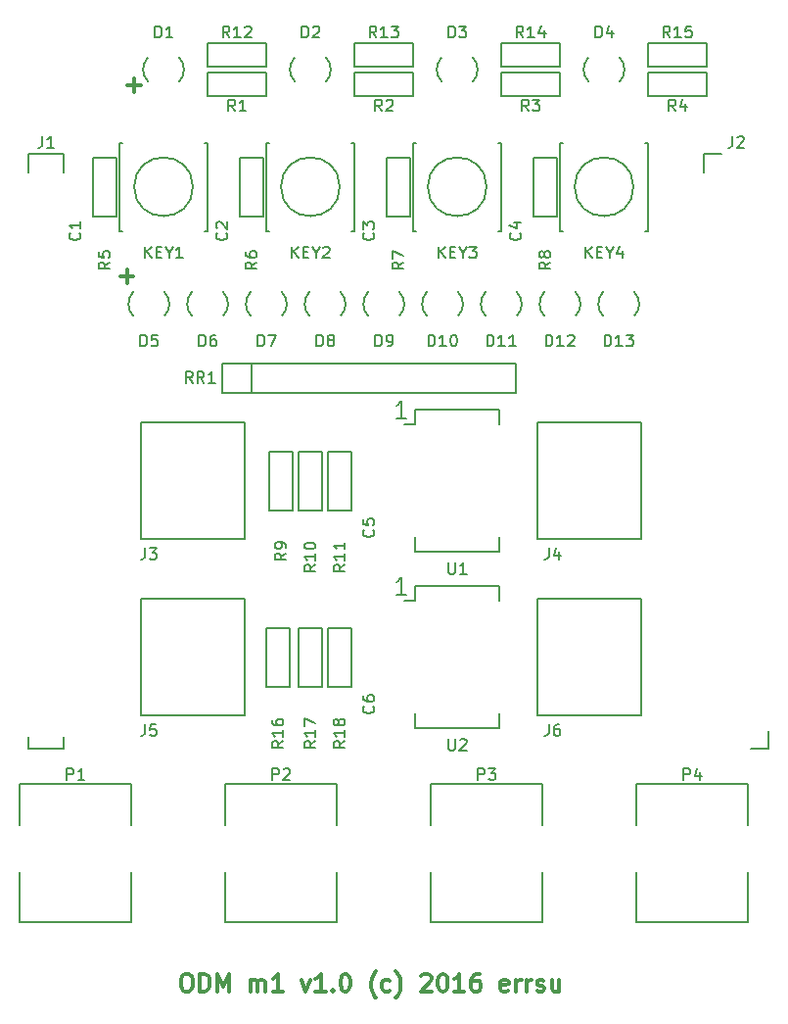
<source format=gto>
G04 #@! TF.FileFunction,Legend,Top*
%FSLAX46Y46*%
G04 Gerber Fmt 4.6, Leading zero omitted, Abs format (unit mm)*
G04 Created by KiCad (PCBNEW 4.0.7) date 05/12/18 22:47:13*
%MOMM*%
%LPD*%
G01*
G04 APERTURE LIST*
%ADD10C,0.100000*%
%ADD11C,0.300000*%
%ADD12C,0.150000*%
G04 APERTURE END LIST*
D10*
D11*
X20921288Y3107429D02*
X21207002Y3107429D01*
X21349860Y3036000D01*
X21492717Y2893143D01*
X21564145Y2607429D01*
X21564145Y2107429D01*
X21492717Y1821714D01*
X21349860Y1678857D01*
X21207002Y1607429D01*
X20921288Y1607429D01*
X20778431Y1678857D01*
X20635574Y1821714D01*
X20564145Y2107429D01*
X20564145Y2607429D01*
X20635574Y2893143D01*
X20778431Y3036000D01*
X20921288Y3107429D01*
X22207003Y1607429D02*
X22207003Y3107429D01*
X22564146Y3107429D01*
X22778431Y3036000D01*
X22921289Y2893143D01*
X22992717Y2750286D01*
X23064146Y2464571D01*
X23064146Y2250286D01*
X22992717Y1964571D01*
X22921289Y1821714D01*
X22778431Y1678857D01*
X22564146Y1607429D01*
X22207003Y1607429D01*
X23707003Y1607429D02*
X23707003Y3107429D01*
X24207003Y2036000D01*
X24707003Y3107429D01*
X24707003Y1607429D01*
X26564146Y1607429D02*
X26564146Y2607429D01*
X26564146Y2464571D02*
X26635574Y2536000D01*
X26778432Y2607429D01*
X26992717Y2607429D01*
X27135574Y2536000D01*
X27207003Y2393143D01*
X27207003Y1607429D01*
X27207003Y2393143D02*
X27278432Y2536000D01*
X27421289Y2607429D01*
X27635574Y2607429D01*
X27778432Y2536000D01*
X27849860Y2393143D01*
X27849860Y1607429D01*
X29349860Y1607429D02*
X28492717Y1607429D01*
X28921289Y1607429D02*
X28921289Y3107429D01*
X28778432Y2893143D01*
X28635574Y2750286D01*
X28492717Y2678857D01*
X30992717Y2607429D02*
X31349860Y1607429D01*
X31707002Y2607429D01*
X33064145Y1607429D02*
X32207002Y1607429D01*
X32635574Y1607429D02*
X32635574Y3107429D01*
X32492717Y2893143D01*
X32349859Y2750286D01*
X32207002Y2678857D01*
X33707002Y1750286D02*
X33778430Y1678857D01*
X33707002Y1607429D01*
X33635573Y1678857D01*
X33707002Y1750286D01*
X33707002Y1607429D01*
X34707002Y3107429D02*
X34849859Y3107429D01*
X34992716Y3036000D01*
X35064145Y2964571D01*
X35135574Y2821714D01*
X35207002Y2536000D01*
X35207002Y2178857D01*
X35135574Y1893143D01*
X35064145Y1750286D01*
X34992716Y1678857D01*
X34849859Y1607429D01*
X34707002Y1607429D01*
X34564145Y1678857D01*
X34492716Y1750286D01*
X34421288Y1893143D01*
X34349859Y2178857D01*
X34349859Y2536000D01*
X34421288Y2821714D01*
X34492716Y2964571D01*
X34564145Y3036000D01*
X34707002Y3107429D01*
X37421287Y1036000D02*
X37349859Y1107429D01*
X37207002Y1321714D01*
X37135573Y1464571D01*
X37064144Y1678857D01*
X36992716Y2036000D01*
X36992716Y2321714D01*
X37064144Y2678857D01*
X37135573Y2893143D01*
X37207002Y3036000D01*
X37349859Y3250286D01*
X37421287Y3321714D01*
X38635573Y1678857D02*
X38492716Y1607429D01*
X38207002Y1607429D01*
X38064144Y1678857D01*
X37992716Y1750286D01*
X37921287Y1893143D01*
X37921287Y2321714D01*
X37992716Y2464571D01*
X38064144Y2536000D01*
X38207002Y2607429D01*
X38492716Y2607429D01*
X38635573Y2536000D01*
X39135573Y1036000D02*
X39207001Y1107429D01*
X39349858Y1321714D01*
X39421287Y1464571D01*
X39492716Y1678857D01*
X39564144Y2036000D01*
X39564144Y2321714D01*
X39492716Y2678857D01*
X39421287Y2893143D01*
X39349858Y3036000D01*
X39207001Y3250286D01*
X39135573Y3321714D01*
X41349858Y2964571D02*
X41421287Y3036000D01*
X41564144Y3107429D01*
X41921287Y3107429D01*
X42064144Y3036000D01*
X42135573Y2964571D01*
X42207001Y2821714D01*
X42207001Y2678857D01*
X42135573Y2464571D01*
X41278430Y1607429D01*
X42207001Y1607429D01*
X43135572Y3107429D02*
X43278429Y3107429D01*
X43421286Y3036000D01*
X43492715Y2964571D01*
X43564144Y2821714D01*
X43635572Y2536000D01*
X43635572Y2178857D01*
X43564144Y1893143D01*
X43492715Y1750286D01*
X43421286Y1678857D01*
X43278429Y1607429D01*
X43135572Y1607429D01*
X42992715Y1678857D01*
X42921286Y1750286D01*
X42849858Y1893143D01*
X42778429Y2178857D01*
X42778429Y2536000D01*
X42849858Y2821714D01*
X42921286Y2964571D01*
X42992715Y3036000D01*
X43135572Y3107429D01*
X45064143Y1607429D02*
X44207000Y1607429D01*
X44635572Y1607429D02*
X44635572Y3107429D01*
X44492715Y2893143D01*
X44349857Y2750286D01*
X44207000Y2678857D01*
X46349857Y3107429D02*
X46064143Y3107429D01*
X45921286Y3036000D01*
X45849857Y2964571D01*
X45707000Y2750286D01*
X45635571Y2464571D01*
X45635571Y1893143D01*
X45707000Y1750286D01*
X45778428Y1678857D01*
X45921286Y1607429D01*
X46207000Y1607429D01*
X46349857Y1678857D01*
X46421286Y1750286D01*
X46492714Y1893143D01*
X46492714Y2250286D01*
X46421286Y2393143D01*
X46349857Y2464571D01*
X46207000Y2536000D01*
X45921286Y2536000D01*
X45778428Y2464571D01*
X45707000Y2393143D01*
X45635571Y2250286D01*
X48849856Y1678857D02*
X48706999Y1607429D01*
X48421285Y1607429D01*
X48278428Y1678857D01*
X48206999Y1821714D01*
X48206999Y2393143D01*
X48278428Y2536000D01*
X48421285Y2607429D01*
X48706999Y2607429D01*
X48849856Y2536000D01*
X48921285Y2393143D01*
X48921285Y2250286D01*
X48206999Y2107429D01*
X49564142Y1607429D02*
X49564142Y2607429D01*
X49564142Y2321714D02*
X49635570Y2464571D01*
X49706999Y2536000D01*
X49849856Y2607429D01*
X49992713Y2607429D01*
X50492713Y1607429D02*
X50492713Y2607429D01*
X50492713Y2321714D02*
X50564141Y2464571D01*
X50635570Y2536000D01*
X50778427Y2607429D01*
X50921284Y2607429D01*
X51349855Y1678857D02*
X51492712Y1607429D01*
X51778427Y1607429D01*
X51921284Y1678857D01*
X51992712Y1821714D01*
X51992712Y1893143D01*
X51921284Y2036000D01*
X51778427Y2107429D01*
X51564141Y2107429D01*
X51421284Y2178857D01*
X51349855Y2321714D01*
X51349855Y2393143D01*
X51421284Y2536000D01*
X51564141Y2607429D01*
X51778427Y2607429D01*
X51921284Y2536000D01*
X53278427Y2607429D02*
X53278427Y1607429D01*
X52635570Y2607429D02*
X52635570Y1821714D01*
X52706998Y1678857D01*
X52849856Y1607429D01*
X53064141Y1607429D01*
X53206998Y1678857D01*
X53278427Y1750286D01*
D12*
X40052572Y51137429D02*
X39195429Y51137429D01*
X39624001Y51137429D02*
X39624001Y52637429D01*
X39481144Y52423143D01*
X39338286Y52280286D01*
X39195429Y52208857D01*
X40052572Y35897429D02*
X39195429Y35897429D01*
X39624001Y35897429D02*
X39624001Y37397429D01*
X39481144Y37183143D01*
X39338286Y37040286D01*
X39195429Y36968857D01*
D11*
X15303572Y63392857D02*
X16446429Y63392857D01*
X15875000Y62821429D02*
X15875000Y63964286D01*
X15938572Y79902857D02*
X17081429Y79902857D01*
X16510000Y79331429D02*
X16510000Y80474286D01*
D12*
X22606000Y67310000D02*
X22860000Y67310000D01*
X15494000Y67310000D02*
X15240000Y67310000D01*
X22606000Y74930000D02*
X22860000Y74930000D01*
X15494000Y74930000D02*
X15240000Y74930000D01*
X21590000Y71120000D02*
G75*
G03X21590000Y71120000I-2540000J0D01*
G01*
X15240000Y67310000D02*
X15240000Y74930000D01*
X22860000Y74930000D02*
X22860000Y67310000D01*
X35306000Y67310000D02*
X35560000Y67310000D01*
X28194000Y67310000D02*
X27940000Y67310000D01*
X35306000Y74930000D02*
X35560000Y74930000D01*
X28194000Y74930000D02*
X27940000Y74930000D01*
X34290000Y71120000D02*
G75*
G03X34290000Y71120000I-2540000J0D01*
G01*
X27940000Y67310000D02*
X27940000Y74930000D01*
X35560000Y74930000D02*
X35560000Y67310000D01*
X48006000Y67310000D02*
X48260000Y67310000D01*
X40894000Y67310000D02*
X40640000Y67310000D01*
X48006000Y74930000D02*
X48260000Y74930000D01*
X40894000Y74930000D02*
X40640000Y74930000D01*
X46990000Y71120000D02*
G75*
G03X46990000Y71120000I-2540000J0D01*
G01*
X40640000Y67310000D02*
X40640000Y74930000D01*
X48260000Y74930000D02*
X48260000Y67310000D01*
X60706000Y67310000D02*
X60960000Y67310000D01*
X53594000Y67310000D02*
X53340000Y67310000D01*
X60706000Y74930000D02*
X60960000Y74930000D01*
X53594000Y74930000D02*
X53340000Y74930000D01*
X59690000Y71120000D02*
G75*
G03X59690000Y71120000I-2540000J0D01*
G01*
X53340000Y67310000D02*
X53340000Y74930000D01*
X60960000Y74930000D02*
X60960000Y67310000D01*
X21506932Y62043006D02*
G75*
G03X21506000Y59940000I1133068J-1052006D01*
G01*
X24227253Y59977111D02*
G75*
G03X24208000Y62025000I-1079253J1013889D01*
G01*
X20403068Y80196994D02*
G75*
G03X20404000Y82300000I-1133068J1052006D01*
G01*
X17682747Y82262889D02*
G75*
G03X17702000Y80215000I1079253J-1013889D01*
G01*
X33103068Y80196994D02*
G75*
G03X33104000Y82300000I-1133068J1052006D01*
G01*
X30382747Y82262889D02*
G75*
G03X30402000Y80215000I1079253J-1013889D01*
G01*
X45803068Y80196994D02*
G75*
G03X45804000Y82300000I-1133068J1052006D01*
G01*
X43082747Y82262889D02*
G75*
G03X43102000Y80215000I1079253J-1013889D01*
G01*
X58503068Y80196994D02*
G75*
G03X58504000Y82300000I-1133068J1052006D01*
G01*
X55782747Y82262889D02*
G75*
G03X55802000Y80215000I1079253J-1013889D01*
G01*
X16426932Y62043006D02*
G75*
G03X16426000Y59940000I1133068J-1052006D01*
G01*
X19147253Y59977111D02*
G75*
G03X19128000Y62025000I-1079253J1013889D01*
G01*
X26586932Y62043006D02*
G75*
G03X26586000Y59940000I1133068J-1052006D01*
G01*
X29307253Y59977111D02*
G75*
G03X29288000Y62025000I-1079253J1013889D01*
G01*
X31666932Y62043006D02*
G75*
G03X31666000Y59940000I1133068J-1052006D01*
G01*
X34387253Y59977111D02*
G75*
G03X34368000Y62025000I-1079253J1013889D01*
G01*
X36746932Y62043006D02*
G75*
G03X36746000Y59940000I1133068J-1052006D01*
G01*
X39467253Y59977111D02*
G75*
G03X39448000Y62025000I-1079253J1013889D01*
G01*
X41826932Y62043006D02*
G75*
G03X41826000Y59940000I1133068J-1052006D01*
G01*
X44547253Y59977111D02*
G75*
G03X44528000Y62025000I-1079253J1013889D01*
G01*
X46906932Y62043006D02*
G75*
G03X46906000Y59940000I1133068J-1052006D01*
G01*
X49627253Y59977111D02*
G75*
G03X49608000Y62025000I-1079253J1013889D01*
G01*
X51986932Y62043006D02*
G75*
G03X51986000Y59940000I1133068J-1052006D01*
G01*
X54707253Y59977111D02*
G75*
G03X54688000Y62025000I-1079253J1013889D01*
G01*
X57066932Y62043006D02*
G75*
G03X57066000Y59940000I1133068J-1052006D01*
G01*
X59787253Y59977111D02*
G75*
G03X59768000Y62025000I-1079253J1013889D01*
G01*
X24130000Y53340000D02*
X24130000Y55880000D01*
X24130000Y55880000D02*
X49530000Y55880000D01*
X49530000Y55880000D02*
X49530000Y53340000D01*
X49530000Y53340000D02*
X24130000Y53340000D01*
X26670000Y53340000D02*
X26670000Y55880000D01*
X40775000Y36585000D02*
X40775000Y35315000D01*
X48125000Y36585000D02*
X48125000Y35315000D01*
X48125000Y24375000D02*
X48125000Y25645000D01*
X40775000Y24375000D02*
X40775000Y25645000D01*
X40775000Y36585000D02*
X48125000Y36585000D01*
X40775000Y24375000D02*
X48125000Y24375000D01*
X40775000Y35315000D02*
X39840000Y35315000D01*
X40775000Y51825000D02*
X40775000Y50555000D01*
X48125000Y51825000D02*
X48125000Y50555000D01*
X48125000Y39615000D02*
X48125000Y40885000D01*
X40775000Y39615000D02*
X40775000Y40885000D01*
X40775000Y51825000D02*
X48125000Y51825000D01*
X40775000Y39615000D02*
X48125000Y39615000D01*
X40775000Y50555000D02*
X39840000Y50555000D01*
X35306000Y27940000D02*
X33274000Y27940000D01*
X35306000Y33020000D02*
X33274000Y33020000D01*
X35306000Y33020000D02*
X35306000Y27940000D01*
X33274000Y27940000D02*
X33274000Y33020000D01*
X32766000Y27940000D02*
X30734000Y27940000D01*
X32766000Y33020000D02*
X30734000Y33020000D01*
X32766000Y33020000D02*
X32766000Y27940000D01*
X30734000Y27940000D02*
X30734000Y33020000D01*
X29972000Y27940000D02*
X27940000Y27940000D01*
X29972000Y33020000D02*
X27940000Y33020000D01*
X29972000Y33020000D02*
X29972000Y27940000D01*
X27940000Y27940000D02*
X27940000Y33020000D01*
X66040000Y83566000D02*
X66040000Y81534000D01*
X60960000Y83566000D02*
X60960000Y81534000D01*
X60960000Y83566000D02*
X66040000Y83566000D01*
X66040000Y81534000D02*
X60960000Y81534000D01*
X53340000Y83566000D02*
X53340000Y81534000D01*
X48260000Y83566000D02*
X48260000Y81534000D01*
X48260000Y83566000D02*
X53340000Y83566000D01*
X53340000Y81534000D02*
X48260000Y81534000D01*
X40640000Y83566000D02*
X40640000Y81534000D01*
X35560000Y83566000D02*
X35560000Y81534000D01*
X35560000Y83566000D02*
X40640000Y83566000D01*
X40640000Y81534000D02*
X35560000Y81534000D01*
X27940000Y83566000D02*
X27940000Y81534000D01*
X22860000Y83566000D02*
X22860000Y81534000D01*
X22860000Y83566000D02*
X27940000Y83566000D01*
X27940000Y81534000D02*
X22860000Y81534000D01*
X35306000Y43180000D02*
X33274000Y43180000D01*
X35306000Y48260000D02*
X33274000Y48260000D01*
X35306000Y48260000D02*
X35306000Y43180000D01*
X33274000Y43180000D02*
X33274000Y48260000D01*
X32766000Y43180000D02*
X30734000Y43180000D01*
X32766000Y48260000D02*
X30734000Y48260000D01*
X32766000Y48260000D02*
X32766000Y43180000D01*
X30734000Y43180000D02*
X30734000Y48260000D01*
X30226000Y43180000D02*
X28194000Y43180000D01*
X30226000Y48260000D02*
X28194000Y48260000D01*
X30226000Y48260000D02*
X30226000Y43180000D01*
X28194000Y43180000D02*
X28194000Y48260000D01*
X51054000Y73660000D02*
X53086000Y73660000D01*
X51054000Y68580000D02*
X53086000Y68580000D01*
X51054000Y68580000D02*
X51054000Y73660000D01*
X53086000Y73660000D02*
X53086000Y68580000D01*
X38354000Y73660000D02*
X40386000Y73660000D01*
X38354000Y68580000D02*
X40386000Y68580000D01*
X38354000Y68580000D02*
X38354000Y73660000D01*
X40386000Y73660000D02*
X40386000Y68580000D01*
X25654000Y73660000D02*
X27686000Y73660000D01*
X25654000Y68580000D02*
X27686000Y68580000D01*
X25654000Y68580000D02*
X25654000Y73660000D01*
X27686000Y73660000D02*
X27686000Y68580000D01*
X12954000Y73660000D02*
X14986000Y73660000D01*
X12954000Y68580000D02*
X14986000Y68580000D01*
X12954000Y68580000D02*
X12954000Y73660000D01*
X14986000Y73660000D02*
X14986000Y68580000D01*
X60960000Y78994000D02*
X60960000Y81026000D01*
X66040000Y78994000D02*
X66040000Y81026000D01*
X66040000Y78994000D02*
X60960000Y78994000D01*
X60960000Y81026000D02*
X66040000Y81026000D01*
X48260000Y78994000D02*
X48260000Y81026000D01*
X53340000Y78994000D02*
X53340000Y81026000D01*
X53340000Y78994000D02*
X48260000Y78994000D01*
X48260000Y81026000D02*
X53340000Y81026000D01*
X35560000Y78994000D02*
X35560000Y81026000D01*
X40640000Y78994000D02*
X40640000Y81026000D01*
X40640000Y78994000D02*
X35560000Y78994000D01*
X35560000Y81026000D02*
X40640000Y81026000D01*
X22860000Y78994000D02*
X22860000Y81026000D01*
X27940000Y78994000D02*
X27940000Y81026000D01*
X27940000Y78994000D02*
X22860000Y78994000D01*
X22860000Y81026000D02*
X27940000Y81026000D01*
X26090000Y50740000D02*
X26090000Y40700000D01*
X17090000Y50740000D02*
X26090000Y50740000D01*
X17090000Y50740000D02*
X17090000Y40700000D01*
X17090000Y40700000D02*
X26090000Y40700000D01*
X51380000Y40700000D02*
X51380000Y50740000D01*
X60380000Y40700000D02*
X51380000Y40700000D01*
X60380000Y40700000D02*
X60380000Y50740000D01*
X60380000Y50740000D02*
X51380000Y50740000D01*
X26090000Y35500000D02*
X26090000Y25460000D01*
X17090000Y35500000D02*
X26090000Y35500000D01*
X17090000Y35500000D02*
X17090000Y25460000D01*
X17090000Y25460000D02*
X26090000Y25460000D01*
X51380000Y25460000D02*
X51380000Y35500000D01*
X60380000Y25460000D02*
X51380000Y25460000D01*
X60380000Y25460000D02*
X60380000Y35500000D01*
X60380000Y35500000D02*
X51380000Y35500000D01*
X69850000Y22606000D02*
X71374000Y22606000D01*
X71374000Y22606000D02*
X71374000Y24130000D01*
X65760000Y72390000D02*
X65760000Y73940000D01*
X65760000Y73940000D02*
X67310000Y73940000D01*
X10414000Y23622000D02*
X10414000Y22606000D01*
X10414000Y22606000D02*
X7366000Y22606000D01*
X7366000Y22606000D02*
X7366000Y23622000D01*
X7340000Y73940000D02*
X7340000Y72390000D01*
X10440000Y72390000D02*
X10440000Y73940000D01*
X10440000Y73940000D02*
X7340000Y73940000D01*
X69596000Y7620000D02*
X69596000Y11938000D01*
X69596000Y19558000D02*
X69596000Y16002000D01*
X59944000Y19558000D02*
X69596000Y19558000D01*
X59944000Y7620000D02*
X59944000Y11938000D01*
X59944000Y19558000D02*
X59944000Y16002000D01*
X59970000Y7620000D02*
X69570000Y7620000D01*
X51816000Y7620000D02*
X51816000Y11938000D01*
X51816000Y19558000D02*
X51816000Y16002000D01*
X42164000Y19558000D02*
X51816000Y19558000D01*
X42164000Y7620000D02*
X42164000Y11938000D01*
X42164000Y19558000D02*
X42164000Y16002000D01*
X42190000Y7620000D02*
X51790000Y7620000D01*
X34036000Y7620000D02*
X34036000Y11938000D01*
X34036000Y19558000D02*
X34036000Y16002000D01*
X24384000Y19558000D02*
X34036000Y19558000D01*
X24384000Y7620000D02*
X24384000Y11938000D01*
X24384000Y19558000D02*
X24384000Y16002000D01*
X24410000Y7620000D02*
X34010000Y7620000D01*
X16256000Y7620000D02*
X16256000Y11938000D01*
X16256000Y19558000D02*
X16256000Y16002000D01*
X6604000Y19558000D02*
X16256000Y19558000D01*
X6604000Y7620000D02*
X6604000Y11938000D01*
X6604000Y19558000D02*
X6604000Y16002000D01*
X6630000Y7620000D02*
X16230000Y7620000D01*
X37187143Y26249334D02*
X37234762Y26201715D01*
X37282381Y26058858D01*
X37282381Y25963620D01*
X37234762Y25820762D01*
X37139524Y25725524D01*
X37044286Y25677905D01*
X36853810Y25630286D01*
X36710952Y25630286D01*
X36520476Y25677905D01*
X36425238Y25725524D01*
X36330000Y25820762D01*
X36282381Y25963620D01*
X36282381Y26058858D01*
X36330000Y26201715D01*
X36377619Y26249334D01*
X36282381Y27106477D02*
X36282381Y26916000D01*
X36330000Y26820762D01*
X36377619Y26773143D01*
X36520476Y26677905D01*
X36710952Y26630286D01*
X37091905Y26630286D01*
X37187143Y26677905D01*
X37234762Y26725524D01*
X37282381Y26820762D01*
X37282381Y27011239D01*
X37234762Y27106477D01*
X37187143Y27154096D01*
X37091905Y27201715D01*
X36853810Y27201715D01*
X36758571Y27154096D01*
X36710952Y27106477D01*
X36663333Y27011239D01*
X36663333Y26820762D01*
X36710952Y26725524D01*
X36758571Y26677905D01*
X36853810Y26630286D01*
X37187143Y41489334D02*
X37234762Y41441715D01*
X37282381Y41298858D01*
X37282381Y41203620D01*
X37234762Y41060762D01*
X37139524Y40965524D01*
X37044286Y40917905D01*
X36853810Y40870286D01*
X36710952Y40870286D01*
X36520476Y40917905D01*
X36425238Y40965524D01*
X36330000Y41060762D01*
X36282381Y41203620D01*
X36282381Y41298858D01*
X36330000Y41441715D01*
X36377619Y41489334D01*
X36282381Y42394096D02*
X36282381Y41917905D01*
X36758571Y41870286D01*
X36710952Y41917905D01*
X36663333Y42013143D01*
X36663333Y42251239D01*
X36710952Y42346477D01*
X36758571Y42394096D01*
X36853810Y42441715D01*
X37091905Y42441715D01*
X37187143Y42394096D01*
X37234762Y42346477D01*
X37282381Y42251239D01*
X37282381Y42013143D01*
X37234762Y41917905D01*
X37187143Y41870286D01*
X17430952Y64952619D02*
X17430952Y65952619D01*
X18002381Y64952619D02*
X17573809Y65524048D01*
X18002381Y65952619D02*
X17430952Y65381190D01*
X18430952Y65476429D02*
X18764286Y65476429D01*
X18907143Y64952619D02*
X18430952Y64952619D01*
X18430952Y65952619D01*
X18907143Y65952619D01*
X19526190Y65428810D02*
X19526190Y64952619D01*
X19192857Y65952619D02*
X19526190Y65428810D01*
X19859524Y65952619D01*
X20716667Y64952619D02*
X20145238Y64952619D01*
X20430952Y64952619D02*
X20430952Y65952619D01*
X20335714Y65809762D01*
X20240476Y65714524D01*
X20145238Y65666905D01*
X30130952Y64952619D02*
X30130952Y65952619D01*
X30702381Y64952619D02*
X30273809Y65524048D01*
X30702381Y65952619D02*
X30130952Y65381190D01*
X31130952Y65476429D02*
X31464286Y65476429D01*
X31607143Y64952619D02*
X31130952Y64952619D01*
X31130952Y65952619D01*
X31607143Y65952619D01*
X32226190Y65428810D02*
X32226190Y64952619D01*
X31892857Y65952619D02*
X32226190Y65428810D01*
X32559524Y65952619D01*
X32845238Y65857381D02*
X32892857Y65905000D01*
X32988095Y65952619D01*
X33226191Y65952619D01*
X33321429Y65905000D01*
X33369048Y65857381D01*
X33416667Y65762143D01*
X33416667Y65666905D01*
X33369048Y65524048D01*
X32797619Y64952619D01*
X33416667Y64952619D01*
X42830952Y64952619D02*
X42830952Y65952619D01*
X43402381Y64952619D02*
X42973809Y65524048D01*
X43402381Y65952619D02*
X42830952Y65381190D01*
X43830952Y65476429D02*
X44164286Y65476429D01*
X44307143Y64952619D02*
X43830952Y64952619D01*
X43830952Y65952619D01*
X44307143Y65952619D01*
X44926190Y65428810D02*
X44926190Y64952619D01*
X44592857Y65952619D02*
X44926190Y65428810D01*
X45259524Y65952619D01*
X45497619Y65952619D02*
X46116667Y65952619D01*
X45783333Y65571667D01*
X45926191Y65571667D01*
X46021429Y65524048D01*
X46069048Y65476429D01*
X46116667Y65381190D01*
X46116667Y65143095D01*
X46069048Y65047857D01*
X46021429Y65000238D01*
X45926191Y64952619D01*
X45640476Y64952619D01*
X45545238Y65000238D01*
X45497619Y65047857D01*
X55530952Y64952619D02*
X55530952Y65952619D01*
X56102381Y64952619D02*
X55673809Y65524048D01*
X56102381Y65952619D02*
X55530952Y65381190D01*
X56530952Y65476429D02*
X56864286Y65476429D01*
X57007143Y64952619D02*
X56530952Y64952619D01*
X56530952Y65952619D01*
X57007143Y65952619D01*
X57626190Y65428810D02*
X57626190Y64952619D01*
X57292857Y65952619D02*
X57626190Y65428810D01*
X57959524Y65952619D01*
X58721429Y65619286D02*
X58721429Y64952619D01*
X58483333Y66000238D02*
X58245238Y65285952D01*
X58864286Y65285952D01*
X22121905Y57332619D02*
X22121905Y58332619D01*
X22360000Y58332619D01*
X22502858Y58285000D01*
X22598096Y58189762D01*
X22645715Y58094524D01*
X22693334Y57904048D01*
X22693334Y57761190D01*
X22645715Y57570714D01*
X22598096Y57475476D01*
X22502858Y57380238D01*
X22360000Y57332619D01*
X22121905Y57332619D01*
X23550477Y58332619D02*
X23360000Y58332619D01*
X23264762Y58285000D01*
X23217143Y58237381D01*
X23121905Y58094524D01*
X23074286Y57904048D01*
X23074286Y57523095D01*
X23121905Y57427857D01*
X23169524Y57380238D01*
X23264762Y57332619D01*
X23455239Y57332619D01*
X23550477Y57380238D01*
X23598096Y57427857D01*
X23645715Y57523095D01*
X23645715Y57761190D01*
X23598096Y57856429D01*
X23550477Y57904048D01*
X23455239Y57951667D01*
X23264762Y57951667D01*
X23169524Y57904048D01*
X23121905Y57856429D01*
X23074286Y57761190D01*
X18311905Y84002619D02*
X18311905Y85002619D01*
X18550000Y85002619D01*
X18692858Y84955000D01*
X18788096Y84859762D01*
X18835715Y84764524D01*
X18883334Y84574048D01*
X18883334Y84431190D01*
X18835715Y84240714D01*
X18788096Y84145476D01*
X18692858Y84050238D01*
X18550000Y84002619D01*
X18311905Y84002619D01*
X19835715Y84002619D02*
X19264286Y84002619D01*
X19550000Y84002619D02*
X19550000Y85002619D01*
X19454762Y84859762D01*
X19359524Y84764524D01*
X19264286Y84716905D01*
X31011905Y84002619D02*
X31011905Y85002619D01*
X31250000Y85002619D01*
X31392858Y84955000D01*
X31488096Y84859762D01*
X31535715Y84764524D01*
X31583334Y84574048D01*
X31583334Y84431190D01*
X31535715Y84240714D01*
X31488096Y84145476D01*
X31392858Y84050238D01*
X31250000Y84002619D01*
X31011905Y84002619D01*
X31964286Y84907381D02*
X32011905Y84955000D01*
X32107143Y85002619D01*
X32345239Y85002619D01*
X32440477Y84955000D01*
X32488096Y84907381D01*
X32535715Y84812143D01*
X32535715Y84716905D01*
X32488096Y84574048D01*
X31916667Y84002619D01*
X32535715Y84002619D01*
X43711905Y84002619D02*
X43711905Y85002619D01*
X43950000Y85002619D01*
X44092858Y84955000D01*
X44188096Y84859762D01*
X44235715Y84764524D01*
X44283334Y84574048D01*
X44283334Y84431190D01*
X44235715Y84240714D01*
X44188096Y84145476D01*
X44092858Y84050238D01*
X43950000Y84002619D01*
X43711905Y84002619D01*
X44616667Y85002619D02*
X45235715Y85002619D01*
X44902381Y84621667D01*
X45045239Y84621667D01*
X45140477Y84574048D01*
X45188096Y84526429D01*
X45235715Y84431190D01*
X45235715Y84193095D01*
X45188096Y84097857D01*
X45140477Y84050238D01*
X45045239Y84002619D01*
X44759524Y84002619D01*
X44664286Y84050238D01*
X44616667Y84097857D01*
X56411905Y84002619D02*
X56411905Y85002619D01*
X56650000Y85002619D01*
X56792858Y84955000D01*
X56888096Y84859762D01*
X56935715Y84764524D01*
X56983334Y84574048D01*
X56983334Y84431190D01*
X56935715Y84240714D01*
X56888096Y84145476D01*
X56792858Y84050238D01*
X56650000Y84002619D01*
X56411905Y84002619D01*
X57840477Y84669286D02*
X57840477Y84002619D01*
X57602381Y85050238D02*
X57364286Y84335952D01*
X57983334Y84335952D01*
X17041905Y57332619D02*
X17041905Y58332619D01*
X17280000Y58332619D01*
X17422858Y58285000D01*
X17518096Y58189762D01*
X17565715Y58094524D01*
X17613334Y57904048D01*
X17613334Y57761190D01*
X17565715Y57570714D01*
X17518096Y57475476D01*
X17422858Y57380238D01*
X17280000Y57332619D01*
X17041905Y57332619D01*
X18518096Y58332619D02*
X18041905Y58332619D01*
X17994286Y57856429D01*
X18041905Y57904048D01*
X18137143Y57951667D01*
X18375239Y57951667D01*
X18470477Y57904048D01*
X18518096Y57856429D01*
X18565715Y57761190D01*
X18565715Y57523095D01*
X18518096Y57427857D01*
X18470477Y57380238D01*
X18375239Y57332619D01*
X18137143Y57332619D01*
X18041905Y57380238D01*
X17994286Y57427857D01*
X27201905Y57332619D02*
X27201905Y58332619D01*
X27440000Y58332619D01*
X27582858Y58285000D01*
X27678096Y58189762D01*
X27725715Y58094524D01*
X27773334Y57904048D01*
X27773334Y57761190D01*
X27725715Y57570714D01*
X27678096Y57475476D01*
X27582858Y57380238D01*
X27440000Y57332619D01*
X27201905Y57332619D01*
X28106667Y58332619D02*
X28773334Y58332619D01*
X28344762Y57332619D01*
X32281905Y57332619D02*
X32281905Y58332619D01*
X32520000Y58332619D01*
X32662858Y58285000D01*
X32758096Y58189762D01*
X32805715Y58094524D01*
X32853334Y57904048D01*
X32853334Y57761190D01*
X32805715Y57570714D01*
X32758096Y57475476D01*
X32662858Y57380238D01*
X32520000Y57332619D01*
X32281905Y57332619D01*
X33424762Y57904048D02*
X33329524Y57951667D01*
X33281905Y57999286D01*
X33234286Y58094524D01*
X33234286Y58142143D01*
X33281905Y58237381D01*
X33329524Y58285000D01*
X33424762Y58332619D01*
X33615239Y58332619D01*
X33710477Y58285000D01*
X33758096Y58237381D01*
X33805715Y58142143D01*
X33805715Y58094524D01*
X33758096Y57999286D01*
X33710477Y57951667D01*
X33615239Y57904048D01*
X33424762Y57904048D01*
X33329524Y57856429D01*
X33281905Y57808810D01*
X33234286Y57713571D01*
X33234286Y57523095D01*
X33281905Y57427857D01*
X33329524Y57380238D01*
X33424762Y57332619D01*
X33615239Y57332619D01*
X33710477Y57380238D01*
X33758096Y57427857D01*
X33805715Y57523095D01*
X33805715Y57713571D01*
X33758096Y57808810D01*
X33710477Y57856429D01*
X33615239Y57904048D01*
X37361905Y57332619D02*
X37361905Y58332619D01*
X37600000Y58332619D01*
X37742858Y58285000D01*
X37838096Y58189762D01*
X37885715Y58094524D01*
X37933334Y57904048D01*
X37933334Y57761190D01*
X37885715Y57570714D01*
X37838096Y57475476D01*
X37742858Y57380238D01*
X37600000Y57332619D01*
X37361905Y57332619D01*
X38409524Y57332619D02*
X38600000Y57332619D01*
X38695239Y57380238D01*
X38742858Y57427857D01*
X38838096Y57570714D01*
X38885715Y57761190D01*
X38885715Y58142143D01*
X38838096Y58237381D01*
X38790477Y58285000D01*
X38695239Y58332619D01*
X38504762Y58332619D01*
X38409524Y58285000D01*
X38361905Y58237381D01*
X38314286Y58142143D01*
X38314286Y57904048D01*
X38361905Y57808810D01*
X38409524Y57761190D01*
X38504762Y57713571D01*
X38695239Y57713571D01*
X38790477Y57761190D01*
X38838096Y57808810D01*
X38885715Y57904048D01*
X41965714Y57332619D02*
X41965714Y58332619D01*
X42203809Y58332619D01*
X42346667Y58285000D01*
X42441905Y58189762D01*
X42489524Y58094524D01*
X42537143Y57904048D01*
X42537143Y57761190D01*
X42489524Y57570714D01*
X42441905Y57475476D01*
X42346667Y57380238D01*
X42203809Y57332619D01*
X41965714Y57332619D01*
X43489524Y57332619D02*
X42918095Y57332619D01*
X43203809Y57332619D02*
X43203809Y58332619D01*
X43108571Y58189762D01*
X43013333Y58094524D01*
X42918095Y58046905D01*
X44108571Y58332619D02*
X44203810Y58332619D01*
X44299048Y58285000D01*
X44346667Y58237381D01*
X44394286Y58142143D01*
X44441905Y57951667D01*
X44441905Y57713571D01*
X44394286Y57523095D01*
X44346667Y57427857D01*
X44299048Y57380238D01*
X44203810Y57332619D01*
X44108571Y57332619D01*
X44013333Y57380238D01*
X43965714Y57427857D01*
X43918095Y57523095D01*
X43870476Y57713571D01*
X43870476Y57951667D01*
X43918095Y58142143D01*
X43965714Y58237381D01*
X44013333Y58285000D01*
X44108571Y58332619D01*
X47045714Y57332619D02*
X47045714Y58332619D01*
X47283809Y58332619D01*
X47426667Y58285000D01*
X47521905Y58189762D01*
X47569524Y58094524D01*
X47617143Y57904048D01*
X47617143Y57761190D01*
X47569524Y57570714D01*
X47521905Y57475476D01*
X47426667Y57380238D01*
X47283809Y57332619D01*
X47045714Y57332619D01*
X48569524Y57332619D02*
X47998095Y57332619D01*
X48283809Y57332619D02*
X48283809Y58332619D01*
X48188571Y58189762D01*
X48093333Y58094524D01*
X47998095Y58046905D01*
X49521905Y57332619D02*
X48950476Y57332619D01*
X49236190Y57332619D02*
X49236190Y58332619D01*
X49140952Y58189762D01*
X49045714Y58094524D01*
X48950476Y58046905D01*
X52125714Y57332619D02*
X52125714Y58332619D01*
X52363809Y58332619D01*
X52506667Y58285000D01*
X52601905Y58189762D01*
X52649524Y58094524D01*
X52697143Y57904048D01*
X52697143Y57761190D01*
X52649524Y57570714D01*
X52601905Y57475476D01*
X52506667Y57380238D01*
X52363809Y57332619D01*
X52125714Y57332619D01*
X53649524Y57332619D02*
X53078095Y57332619D01*
X53363809Y57332619D02*
X53363809Y58332619D01*
X53268571Y58189762D01*
X53173333Y58094524D01*
X53078095Y58046905D01*
X54030476Y58237381D02*
X54078095Y58285000D01*
X54173333Y58332619D01*
X54411429Y58332619D01*
X54506667Y58285000D01*
X54554286Y58237381D01*
X54601905Y58142143D01*
X54601905Y58046905D01*
X54554286Y57904048D01*
X53982857Y57332619D01*
X54601905Y57332619D01*
X57205714Y57332619D02*
X57205714Y58332619D01*
X57443809Y58332619D01*
X57586667Y58285000D01*
X57681905Y58189762D01*
X57729524Y58094524D01*
X57777143Y57904048D01*
X57777143Y57761190D01*
X57729524Y57570714D01*
X57681905Y57475476D01*
X57586667Y57380238D01*
X57443809Y57332619D01*
X57205714Y57332619D01*
X58729524Y57332619D02*
X58158095Y57332619D01*
X58443809Y57332619D02*
X58443809Y58332619D01*
X58348571Y58189762D01*
X58253333Y58094524D01*
X58158095Y58046905D01*
X59062857Y58332619D02*
X59681905Y58332619D01*
X59348571Y57951667D01*
X59491429Y57951667D01*
X59586667Y57904048D01*
X59634286Y57856429D01*
X59681905Y57761190D01*
X59681905Y57523095D01*
X59634286Y57427857D01*
X59586667Y57380238D01*
X59491429Y57332619D01*
X59205714Y57332619D01*
X59110476Y57380238D01*
X59062857Y57427857D01*
X21558334Y54157619D02*
X21225000Y54633810D01*
X20986905Y54157619D02*
X20986905Y55157619D01*
X21367858Y55157619D01*
X21463096Y55110000D01*
X21510715Y55062381D01*
X21558334Y54967143D01*
X21558334Y54824286D01*
X21510715Y54729048D01*
X21463096Y54681429D01*
X21367858Y54633810D01*
X20986905Y54633810D01*
X22558334Y54157619D02*
X22225000Y54633810D01*
X21986905Y54157619D02*
X21986905Y55157619D01*
X22367858Y55157619D01*
X22463096Y55110000D01*
X22510715Y55062381D01*
X22558334Y54967143D01*
X22558334Y54824286D01*
X22510715Y54729048D01*
X22463096Y54681429D01*
X22367858Y54633810D01*
X21986905Y54633810D01*
X23510715Y54157619D02*
X22939286Y54157619D01*
X23225000Y54157619D02*
X23225000Y55157619D01*
X23129762Y55014762D01*
X23034524Y54919524D01*
X22939286Y54871905D01*
X43688095Y23407619D02*
X43688095Y22598095D01*
X43735714Y22502857D01*
X43783333Y22455238D01*
X43878571Y22407619D01*
X44069048Y22407619D01*
X44164286Y22455238D01*
X44211905Y22502857D01*
X44259524Y22598095D01*
X44259524Y23407619D01*
X44688095Y23312381D02*
X44735714Y23360000D01*
X44830952Y23407619D01*
X45069048Y23407619D01*
X45164286Y23360000D01*
X45211905Y23312381D01*
X45259524Y23217143D01*
X45259524Y23121905D01*
X45211905Y22979048D01*
X44640476Y22407619D01*
X45259524Y22407619D01*
X43688095Y38647619D02*
X43688095Y37838095D01*
X43735714Y37742857D01*
X43783333Y37695238D01*
X43878571Y37647619D01*
X44069048Y37647619D01*
X44164286Y37695238D01*
X44211905Y37742857D01*
X44259524Y37838095D01*
X44259524Y38647619D01*
X45259524Y37647619D02*
X44688095Y37647619D01*
X44973809Y37647619D02*
X44973809Y38647619D01*
X44878571Y38504762D01*
X44783333Y38409524D01*
X44688095Y38361905D01*
X49887143Y67143334D02*
X49934762Y67095715D01*
X49982381Y66952858D01*
X49982381Y66857620D01*
X49934762Y66714762D01*
X49839524Y66619524D01*
X49744286Y66571905D01*
X49553810Y66524286D01*
X49410952Y66524286D01*
X49220476Y66571905D01*
X49125238Y66619524D01*
X49030000Y66714762D01*
X48982381Y66857620D01*
X48982381Y66952858D01*
X49030000Y67095715D01*
X49077619Y67143334D01*
X49315714Y68000477D02*
X49982381Y68000477D01*
X48934762Y67762381D02*
X49649048Y67524286D01*
X49649048Y68143334D01*
X37187143Y67143334D02*
X37234762Y67095715D01*
X37282381Y66952858D01*
X37282381Y66857620D01*
X37234762Y66714762D01*
X37139524Y66619524D01*
X37044286Y66571905D01*
X36853810Y66524286D01*
X36710952Y66524286D01*
X36520476Y66571905D01*
X36425238Y66619524D01*
X36330000Y66714762D01*
X36282381Y66857620D01*
X36282381Y66952858D01*
X36330000Y67095715D01*
X36377619Y67143334D01*
X36282381Y67476667D02*
X36282381Y68095715D01*
X36663333Y67762381D01*
X36663333Y67905239D01*
X36710952Y68000477D01*
X36758571Y68048096D01*
X36853810Y68095715D01*
X37091905Y68095715D01*
X37187143Y68048096D01*
X37234762Y68000477D01*
X37282381Y67905239D01*
X37282381Y67619524D01*
X37234762Y67524286D01*
X37187143Y67476667D01*
X24487143Y67143334D02*
X24534762Y67095715D01*
X24582381Y66952858D01*
X24582381Y66857620D01*
X24534762Y66714762D01*
X24439524Y66619524D01*
X24344286Y66571905D01*
X24153810Y66524286D01*
X24010952Y66524286D01*
X23820476Y66571905D01*
X23725238Y66619524D01*
X23630000Y66714762D01*
X23582381Y66857620D01*
X23582381Y66952858D01*
X23630000Y67095715D01*
X23677619Y67143334D01*
X23677619Y67524286D02*
X23630000Y67571905D01*
X23582381Y67667143D01*
X23582381Y67905239D01*
X23630000Y68000477D01*
X23677619Y68048096D01*
X23772857Y68095715D01*
X23868095Y68095715D01*
X24010952Y68048096D01*
X24582381Y67476667D01*
X24582381Y68095715D01*
X11787143Y67143334D02*
X11834762Y67095715D01*
X11882381Y66952858D01*
X11882381Y66857620D01*
X11834762Y66714762D01*
X11739524Y66619524D01*
X11644286Y66571905D01*
X11453810Y66524286D01*
X11310952Y66524286D01*
X11120476Y66571905D01*
X11025238Y66619524D01*
X10930000Y66714762D01*
X10882381Y66857620D01*
X10882381Y66952858D01*
X10930000Y67095715D01*
X10977619Y67143334D01*
X11882381Y68095715D02*
X11882381Y67524286D01*
X11882381Y67810000D02*
X10882381Y67810000D01*
X11025238Y67714762D01*
X11120476Y67619524D01*
X11168095Y67524286D01*
X34742381Y23233143D02*
X34266190Y22899809D01*
X34742381Y22661714D02*
X33742381Y22661714D01*
X33742381Y23042667D01*
X33790000Y23137905D01*
X33837619Y23185524D01*
X33932857Y23233143D01*
X34075714Y23233143D01*
X34170952Y23185524D01*
X34218571Y23137905D01*
X34266190Y23042667D01*
X34266190Y22661714D01*
X34742381Y24185524D02*
X34742381Y23614095D01*
X34742381Y23899809D02*
X33742381Y23899809D01*
X33885238Y23804571D01*
X33980476Y23709333D01*
X34028095Y23614095D01*
X34170952Y24756952D02*
X34123333Y24661714D01*
X34075714Y24614095D01*
X33980476Y24566476D01*
X33932857Y24566476D01*
X33837619Y24614095D01*
X33790000Y24661714D01*
X33742381Y24756952D01*
X33742381Y24947429D01*
X33790000Y25042667D01*
X33837619Y25090286D01*
X33932857Y25137905D01*
X33980476Y25137905D01*
X34075714Y25090286D01*
X34123333Y25042667D01*
X34170952Y24947429D01*
X34170952Y24756952D01*
X34218571Y24661714D01*
X34266190Y24614095D01*
X34361429Y24566476D01*
X34551905Y24566476D01*
X34647143Y24614095D01*
X34694762Y24661714D01*
X34742381Y24756952D01*
X34742381Y24947429D01*
X34694762Y25042667D01*
X34647143Y25090286D01*
X34551905Y25137905D01*
X34361429Y25137905D01*
X34266190Y25090286D01*
X34218571Y25042667D01*
X34170952Y24947429D01*
X32202381Y23233143D02*
X31726190Y22899809D01*
X32202381Y22661714D02*
X31202381Y22661714D01*
X31202381Y23042667D01*
X31250000Y23137905D01*
X31297619Y23185524D01*
X31392857Y23233143D01*
X31535714Y23233143D01*
X31630952Y23185524D01*
X31678571Y23137905D01*
X31726190Y23042667D01*
X31726190Y22661714D01*
X32202381Y24185524D02*
X32202381Y23614095D01*
X32202381Y23899809D02*
X31202381Y23899809D01*
X31345238Y23804571D01*
X31440476Y23709333D01*
X31488095Y23614095D01*
X31202381Y24518857D02*
X31202381Y25185524D01*
X32202381Y24756952D01*
X29408381Y23233143D02*
X28932190Y22899809D01*
X29408381Y22661714D02*
X28408381Y22661714D01*
X28408381Y23042667D01*
X28456000Y23137905D01*
X28503619Y23185524D01*
X28598857Y23233143D01*
X28741714Y23233143D01*
X28836952Y23185524D01*
X28884571Y23137905D01*
X28932190Y23042667D01*
X28932190Y22661714D01*
X29408381Y24185524D02*
X29408381Y23614095D01*
X29408381Y23899809D02*
X28408381Y23899809D01*
X28551238Y23804571D01*
X28646476Y23709333D01*
X28694095Y23614095D01*
X28408381Y25042667D02*
X28408381Y24852190D01*
X28456000Y24756952D01*
X28503619Y24709333D01*
X28646476Y24614095D01*
X28836952Y24566476D01*
X29217905Y24566476D01*
X29313143Y24614095D01*
X29360762Y24661714D01*
X29408381Y24756952D01*
X29408381Y24947429D01*
X29360762Y25042667D01*
X29313143Y25090286D01*
X29217905Y25137905D01*
X28979810Y25137905D01*
X28884571Y25090286D01*
X28836952Y25042667D01*
X28789333Y24947429D01*
X28789333Y24756952D01*
X28836952Y24661714D01*
X28884571Y24614095D01*
X28979810Y24566476D01*
X62857143Y84002619D02*
X62523809Y84478810D01*
X62285714Y84002619D02*
X62285714Y85002619D01*
X62666667Y85002619D01*
X62761905Y84955000D01*
X62809524Y84907381D01*
X62857143Y84812143D01*
X62857143Y84669286D01*
X62809524Y84574048D01*
X62761905Y84526429D01*
X62666667Y84478810D01*
X62285714Y84478810D01*
X63809524Y84002619D02*
X63238095Y84002619D01*
X63523809Y84002619D02*
X63523809Y85002619D01*
X63428571Y84859762D01*
X63333333Y84764524D01*
X63238095Y84716905D01*
X64714286Y85002619D02*
X64238095Y85002619D01*
X64190476Y84526429D01*
X64238095Y84574048D01*
X64333333Y84621667D01*
X64571429Y84621667D01*
X64666667Y84574048D01*
X64714286Y84526429D01*
X64761905Y84431190D01*
X64761905Y84193095D01*
X64714286Y84097857D01*
X64666667Y84050238D01*
X64571429Y84002619D01*
X64333333Y84002619D01*
X64238095Y84050238D01*
X64190476Y84097857D01*
X50157143Y84002619D02*
X49823809Y84478810D01*
X49585714Y84002619D02*
X49585714Y85002619D01*
X49966667Y85002619D01*
X50061905Y84955000D01*
X50109524Y84907381D01*
X50157143Y84812143D01*
X50157143Y84669286D01*
X50109524Y84574048D01*
X50061905Y84526429D01*
X49966667Y84478810D01*
X49585714Y84478810D01*
X51109524Y84002619D02*
X50538095Y84002619D01*
X50823809Y84002619D02*
X50823809Y85002619D01*
X50728571Y84859762D01*
X50633333Y84764524D01*
X50538095Y84716905D01*
X51966667Y84669286D02*
X51966667Y84002619D01*
X51728571Y85050238D02*
X51490476Y84335952D01*
X52109524Y84335952D01*
X37457143Y84002619D02*
X37123809Y84478810D01*
X36885714Y84002619D02*
X36885714Y85002619D01*
X37266667Y85002619D01*
X37361905Y84955000D01*
X37409524Y84907381D01*
X37457143Y84812143D01*
X37457143Y84669286D01*
X37409524Y84574048D01*
X37361905Y84526429D01*
X37266667Y84478810D01*
X36885714Y84478810D01*
X38409524Y84002619D02*
X37838095Y84002619D01*
X38123809Y84002619D02*
X38123809Y85002619D01*
X38028571Y84859762D01*
X37933333Y84764524D01*
X37838095Y84716905D01*
X38742857Y85002619D02*
X39361905Y85002619D01*
X39028571Y84621667D01*
X39171429Y84621667D01*
X39266667Y84574048D01*
X39314286Y84526429D01*
X39361905Y84431190D01*
X39361905Y84193095D01*
X39314286Y84097857D01*
X39266667Y84050238D01*
X39171429Y84002619D01*
X38885714Y84002619D01*
X38790476Y84050238D01*
X38742857Y84097857D01*
X24757143Y84002619D02*
X24423809Y84478810D01*
X24185714Y84002619D02*
X24185714Y85002619D01*
X24566667Y85002619D01*
X24661905Y84955000D01*
X24709524Y84907381D01*
X24757143Y84812143D01*
X24757143Y84669286D01*
X24709524Y84574048D01*
X24661905Y84526429D01*
X24566667Y84478810D01*
X24185714Y84478810D01*
X25709524Y84002619D02*
X25138095Y84002619D01*
X25423809Y84002619D02*
X25423809Y85002619D01*
X25328571Y84859762D01*
X25233333Y84764524D01*
X25138095Y84716905D01*
X26090476Y84907381D02*
X26138095Y84955000D01*
X26233333Y85002619D01*
X26471429Y85002619D01*
X26566667Y84955000D01*
X26614286Y84907381D01*
X26661905Y84812143D01*
X26661905Y84716905D01*
X26614286Y84574048D01*
X26042857Y84002619D01*
X26661905Y84002619D01*
X34742381Y38473143D02*
X34266190Y38139809D01*
X34742381Y37901714D02*
X33742381Y37901714D01*
X33742381Y38282667D01*
X33790000Y38377905D01*
X33837619Y38425524D01*
X33932857Y38473143D01*
X34075714Y38473143D01*
X34170952Y38425524D01*
X34218571Y38377905D01*
X34266190Y38282667D01*
X34266190Y37901714D01*
X34742381Y39425524D02*
X34742381Y38854095D01*
X34742381Y39139809D02*
X33742381Y39139809D01*
X33885238Y39044571D01*
X33980476Y38949333D01*
X34028095Y38854095D01*
X34742381Y40377905D02*
X34742381Y39806476D01*
X34742381Y40092190D02*
X33742381Y40092190D01*
X33885238Y39996952D01*
X33980476Y39901714D01*
X34028095Y39806476D01*
X32202381Y38473143D02*
X31726190Y38139809D01*
X32202381Y37901714D02*
X31202381Y37901714D01*
X31202381Y38282667D01*
X31250000Y38377905D01*
X31297619Y38425524D01*
X31392857Y38473143D01*
X31535714Y38473143D01*
X31630952Y38425524D01*
X31678571Y38377905D01*
X31726190Y38282667D01*
X31726190Y37901714D01*
X32202381Y39425524D02*
X32202381Y38854095D01*
X32202381Y39139809D02*
X31202381Y39139809D01*
X31345238Y39044571D01*
X31440476Y38949333D01*
X31488095Y38854095D01*
X31202381Y40044571D02*
X31202381Y40139810D01*
X31250000Y40235048D01*
X31297619Y40282667D01*
X31392857Y40330286D01*
X31583333Y40377905D01*
X31821429Y40377905D01*
X32011905Y40330286D01*
X32107143Y40282667D01*
X32154762Y40235048D01*
X32202381Y40139810D01*
X32202381Y40044571D01*
X32154762Y39949333D01*
X32107143Y39901714D01*
X32011905Y39854095D01*
X31821429Y39806476D01*
X31583333Y39806476D01*
X31392857Y39854095D01*
X31297619Y39901714D01*
X31250000Y39949333D01*
X31202381Y40044571D01*
X29662381Y39457334D02*
X29186190Y39124000D01*
X29662381Y38885905D02*
X28662381Y38885905D01*
X28662381Y39266858D01*
X28710000Y39362096D01*
X28757619Y39409715D01*
X28852857Y39457334D01*
X28995714Y39457334D01*
X29090952Y39409715D01*
X29138571Y39362096D01*
X29186190Y39266858D01*
X29186190Y38885905D01*
X29662381Y39933524D02*
X29662381Y40124000D01*
X29614762Y40219239D01*
X29567143Y40266858D01*
X29424286Y40362096D01*
X29233810Y40409715D01*
X28852857Y40409715D01*
X28757619Y40362096D01*
X28710000Y40314477D01*
X28662381Y40219239D01*
X28662381Y40028762D01*
X28710000Y39933524D01*
X28757619Y39885905D01*
X28852857Y39838286D01*
X29090952Y39838286D01*
X29186190Y39885905D01*
X29233810Y39933524D01*
X29281429Y40028762D01*
X29281429Y40219239D01*
X29233810Y40314477D01*
X29186190Y40362096D01*
X29090952Y40409715D01*
X52522381Y64603334D02*
X52046190Y64270000D01*
X52522381Y64031905D02*
X51522381Y64031905D01*
X51522381Y64412858D01*
X51570000Y64508096D01*
X51617619Y64555715D01*
X51712857Y64603334D01*
X51855714Y64603334D01*
X51950952Y64555715D01*
X51998571Y64508096D01*
X52046190Y64412858D01*
X52046190Y64031905D01*
X51950952Y65174762D02*
X51903333Y65079524D01*
X51855714Y65031905D01*
X51760476Y64984286D01*
X51712857Y64984286D01*
X51617619Y65031905D01*
X51570000Y65079524D01*
X51522381Y65174762D01*
X51522381Y65365239D01*
X51570000Y65460477D01*
X51617619Y65508096D01*
X51712857Y65555715D01*
X51760476Y65555715D01*
X51855714Y65508096D01*
X51903333Y65460477D01*
X51950952Y65365239D01*
X51950952Y65174762D01*
X51998571Y65079524D01*
X52046190Y65031905D01*
X52141429Y64984286D01*
X52331905Y64984286D01*
X52427143Y65031905D01*
X52474762Y65079524D01*
X52522381Y65174762D01*
X52522381Y65365239D01*
X52474762Y65460477D01*
X52427143Y65508096D01*
X52331905Y65555715D01*
X52141429Y65555715D01*
X52046190Y65508096D01*
X51998571Y65460477D01*
X51950952Y65365239D01*
X39822381Y64603334D02*
X39346190Y64270000D01*
X39822381Y64031905D02*
X38822381Y64031905D01*
X38822381Y64412858D01*
X38870000Y64508096D01*
X38917619Y64555715D01*
X39012857Y64603334D01*
X39155714Y64603334D01*
X39250952Y64555715D01*
X39298571Y64508096D01*
X39346190Y64412858D01*
X39346190Y64031905D01*
X38822381Y64936667D02*
X38822381Y65603334D01*
X39822381Y65174762D01*
X27122381Y64603334D02*
X26646190Y64270000D01*
X27122381Y64031905D02*
X26122381Y64031905D01*
X26122381Y64412858D01*
X26170000Y64508096D01*
X26217619Y64555715D01*
X26312857Y64603334D01*
X26455714Y64603334D01*
X26550952Y64555715D01*
X26598571Y64508096D01*
X26646190Y64412858D01*
X26646190Y64031905D01*
X26122381Y65460477D02*
X26122381Y65270000D01*
X26170000Y65174762D01*
X26217619Y65127143D01*
X26360476Y65031905D01*
X26550952Y64984286D01*
X26931905Y64984286D01*
X27027143Y65031905D01*
X27074762Y65079524D01*
X27122381Y65174762D01*
X27122381Y65365239D01*
X27074762Y65460477D01*
X27027143Y65508096D01*
X26931905Y65555715D01*
X26693810Y65555715D01*
X26598571Y65508096D01*
X26550952Y65460477D01*
X26503333Y65365239D01*
X26503333Y65174762D01*
X26550952Y65079524D01*
X26598571Y65031905D01*
X26693810Y64984286D01*
X14422381Y64603334D02*
X13946190Y64270000D01*
X14422381Y64031905D02*
X13422381Y64031905D01*
X13422381Y64412858D01*
X13470000Y64508096D01*
X13517619Y64555715D01*
X13612857Y64603334D01*
X13755714Y64603334D01*
X13850952Y64555715D01*
X13898571Y64508096D01*
X13946190Y64412858D01*
X13946190Y64031905D01*
X13422381Y65508096D02*
X13422381Y65031905D01*
X13898571Y64984286D01*
X13850952Y65031905D01*
X13803333Y65127143D01*
X13803333Y65365239D01*
X13850952Y65460477D01*
X13898571Y65508096D01*
X13993810Y65555715D01*
X14231905Y65555715D01*
X14327143Y65508096D01*
X14374762Y65460477D01*
X14422381Y65365239D01*
X14422381Y65127143D01*
X14374762Y65031905D01*
X14327143Y64984286D01*
X63333334Y77652619D02*
X63000000Y78128810D01*
X62761905Y77652619D02*
X62761905Y78652619D01*
X63142858Y78652619D01*
X63238096Y78605000D01*
X63285715Y78557381D01*
X63333334Y78462143D01*
X63333334Y78319286D01*
X63285715Y78224048D01*
X63238096Y78176429D01*
X63142858Y78128810D01*
X62761905Y78128810D01*
X64190477Y78319286D02*
X64190477Y77652619D01*
X63952381Y78700238D02*
X63714286Y77985952D01*
X64333334Y77985952D01*
X50633334Y77652619D02*
X50300000Y78128810D01*
X50061905Y77652619D02*
X50061905Y78652619D01*
X50442858Y78652619D01*
X50538096Y78605000D01*
X50585715Y78557381D01*
X50633334Y78462143D01*
X50633334Y78319286D01*
X50585715Y78224048D01*
X50538096Y78176429D01*
X50442858Y78128810D01*
X50061905Y78128810D01*
X50966667Y78652619D02*
X51585715Y78652619D01*
X51252381Y78271667D01*
X51395239Y78271667D01*
X51490477Y78224048D01*
X51538096Y78176429D01*
X51585715Y78081190D01*
X51585715Y77843095D01*
X51538096Y77747857D01*
X51490477Y77700238D01*
X51395239Y77652619D01*
X51109524Y77652619D01*
X51014286Y77700238D01*
X50966667Y77747857D01*
X37933334Y77652619D02*
X37600000Y78128810D01*
X37361905Y77652619D02*
X37361905Y78652619D01*
X37742858Y78652619D01*
X37838096Y78605000D01*
X37885715Y78557381D01*
X37933334Y78462143D01*
X37933334Y78319286D01*
X37885715Y78224048D01*
X37838096Y78176429D01*
X37742858Y78128810D01*
X37361905Y78128810D01*
X38314286Y78557381D02*
X38361905Y78605000D01*
X38457143Y78652619D01*
X38695239Y78652619D01*
X38790477Y78605000D01*
X38838096Y78557381D01*
X38885715Y78462143D01*
X38885715Y78366905D01*
X38838096Y78224048D01*
X38266667Y77652619D01*
X38885715Y77652619D01*
X25233334Y77652619D02*
X24900000Y78128810D01*
X24661905Y77652619D02*
X24661905Y78652619D01*
X25042858Y78652619D01*
X25138096Y78605000D01*
X25185715Y78557381D01*
X25233334Y78462143D01*
X25233334Y78319286D01*
X25185715Y78224048D01*
X25138096Y78176429D01*
X25042858Y78128810D01*
X24661905Y78128810D01*
X26185715Y77652619D02*
X25614286Y77652619D01*
X25900000Y77652619D02*
X25900000Y78652619D01*
X25804762Y78509762D01*
X25709524Y78414524D01*
X25614286Y78366905D01*
X17446667Y39917619D02*
X17446667Y39203333D01*
X17399047Y39060476D01*
X17303809Y38965238D01*
X17160952Y38917619D01*
X17065714Y38917619D01*
X17827619Y39917619D02*
X18446667Y39917619D01*
X18113333Y39536667D01*
X18256191Y39536667D01*
X18351429Y39489048D01*
X18399048Y39441429D01*
X18446667Y39346190D01*
X18446667Y39108095D01*
X18399048Y39012857D01*
X18351429Y38965238D01*
X18256191Y38917619D01*
X17970476Y38917619D01*
X17875238Y38965238D01*
X17827619Y39012857D01*
X52371667Y39917619D02*
X52371667Y39203333D01*
X52324047Y39060476D01*
X52228809Y38965238D01*
X52085952Y38917619D01*
X51990714Y38917619D01*
X53276429Y39584286D02*
X53276429Y38917619D01*
X53038333Y39965238D02*
X52800238Y39250952D01*
X53419286Y39250952D01*
X17446667Y24677619D02*
X17446667Y23963333D01*
X17399047Y23820476D01*
X17303809Y23725238D01*
X17160952Y23677619D01*
X17065714Y23677619D01*
X18399048Y24677619D02*
X17922857Y24677619D01*
X17875238Y24201429D01*
X17922857Y24249048D01*
X18018095Y24296667D01*
X18256191Y24296667D01*
X18351429Y24249048D01*
X18399048Y24201429D01*
X18446667Y24106190D01*
X18446667Y23868095D01*
X18399048Y23772857D01*
X18351429Y23725238D01*
X18256191Y23677619D01*
X18018095Y23677619D01*
X17922857Y23725238D01*
X17875238Y23772857D01*
X52371667Y24677619D02*
X52371667Y23963333D01*
X52324047Y23820476D01*
X52228809Y23725238D01*
X52085952Y23677619D01*
X51990714Y23677619D01*
X53276429Y24677619D02*
X53085952Y24677619D01*
X52990714Y24630000D01*
X52943095Y24582381D01*
X52847857Y24439524D01*
X52800238Y24249048D01*
X52800238Y23868095D01*
X52847857Y23772857D01*
X52895476Y23725238D01*
X52990714Y23677619D01*
X53181191Y23677619D01*
X53276429Y23725238D01*
X53324048Y23772857D01*
X53371667Y23868095D01*
X53371667Y24106190D01*
X53324048Y24201429D01*
X53276429Y24249048D01*
X53181191Y24296667D01*
X52990714Y24296667D01*
X52895476Y24249048D01*
X52847857Y24201429D01*
X52800238Y24106190D01*
X68246667Y75477619D02*
X68246667Y74763333D01*
X68199047Y74620476D01*
X68103809Y74525238D01*
X67960952Y74477619D01*
X67865714Y74477619D01*
X68675238Y75382381D02*
X68722857Y75430000D01*
X68818095Y75477619D01*
X69056191Y75477619D01*
X69151429Y75430000D01*
X69199048Y75382381D01*
X69246667Y75287143D01*
X69246667Y75191905D01*
X69199048Y75049048D01*
X68627619Y74477619D01*
X69246667Y74477619D01*
X8556667Y75477619D02*
X8556667Y74763333D01*
X8509047Y74620476D01*
X8413809Y74525238D01*
X8270952Y74477619D01*
X8175714Y74477619D01*
X9556667Y74477619D02*
X8985238Y74477619D01*
X9270952Y74477619D02*
X9270952Y75477619D01*
X9175714Y75334762D01*
X9080476Y75239524D01*
X8985238Y75191905D01*
X64031905Y19867619D02*
X64031905Y20867619D01*
X64412858Y20867619D01*
X64508096Y20820000D01*
X64555715Y20772381D01*
X64603334Y20677143D01*
X64603334Y20534286D01*
X64555715Y20439048D01*
X64508096Y20391429D01*
X64412858Y20343810D01*
X64031905Y20343810D01*
X65460477Y20534286D02*
X65460477Y19867619D01*
X65222381Y20915238D02*
X64984286Y20200952D01*
X65603334Y20200952D01*
X46251905Y19867619D02*
X46251905Y20867619D01*
X46632858Y20867619D01*
X46728096Y20820000D01*
X46775715Y20772381D01*
X46823334Y20677143D01*
X46823334Y20534286D01*
X46775715Y20439048D01*
X46728096Y20391429D01*
X46632858Y20343810D01*
X46251905Y20343810D01*
X47156667Y20867619D02*
X47775715Y20867619D01*
X47442381Y20486667D01*
X47585239Y20486667D01*
X47680477Y20439048D01*
X47728096Y20391429D01*
X47775715Y20296190D01*
X47775715Y20058095D01*
X47728096Y19962857D01*
X47680477Y19915238D01*
X47585239Y19867619D01*
X47299524Y19867619D01*
X47204286Y19915238D01*
X47156667Y19962857D01*
X28471905Y19867619D02*
X28471905Y20867619D01*
X28852858Y20867619D01*
X28948096Y20820000D01*
X28995715Y20772381D01*
X29043334Y20677143D01*
X29043334Y20534286D01*
X28995715Y20439048D01*
X28948096Y20391429D01*
X28852858Y20343810D01*
X28471905Y20343810D01*
X29424286Y20772381D02*
X29471905Y20820000D01*
X29567143Y20867619D01*
X29805239Y20867619D01*
X29900477Y20820000D01*
X29948096Y20772381D01*
X29995715Y20677143D01*
X29995715Y20581905D01*
X29948096Y20439048D01*
X29376667Y19867619D01*
X29995715Y19867619D01*
X10691905Y19867619D02*
X10691905Y20867619D01*
X11072858Y20867619D01*
X11168096Y20820000D01*
X11215715Y20772381D01*
X11263334Y20677143D01*
X11263334Y20534286D01*
X11215715Y20439048D01*
X11168096Y20391429D01*
X11072858Y20343810D01*
X10691905Y20343810D01*
X12215715Y19867619D02*
X11644286Y19867619D01*
X11930000Y19867619D02*
X11930000Y20867619D01*
X11834762Y20724762D01*
X11739524Y20629524D01*
X11644286Y20581905D01*
M02*

</source>
